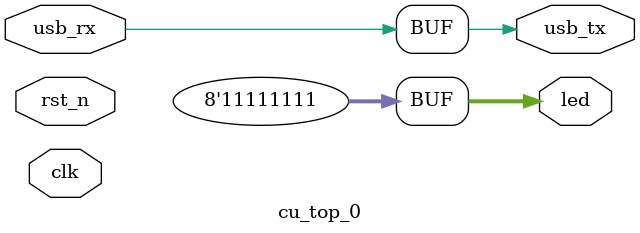
<source format=v>
module cu_top_0(
    input clk,              // 100MHz clock
    input rst_n,            // reset button (active low)
    output [7:0] led,       // 8 user controllable LEDs
    input usb_rx,           // USB->Serial input
    output usb_tx           // USB->Serial output
    );
    
    wire rst;
    
    // The reset conditioner is used to synchronize the reset signal to the FPGA
    // clock. This ensures the entire FPGA comes out of reset at the same time.
    reset_conditioner_1 reset_conditioner(.clk(clk), .in(!rst_n), .out(rst));
    
    assign led = 8'hff;      // turn LEDs on

    assign usb_tx = usb_rx;  // echo the serial data
    
endmodule
</source>
